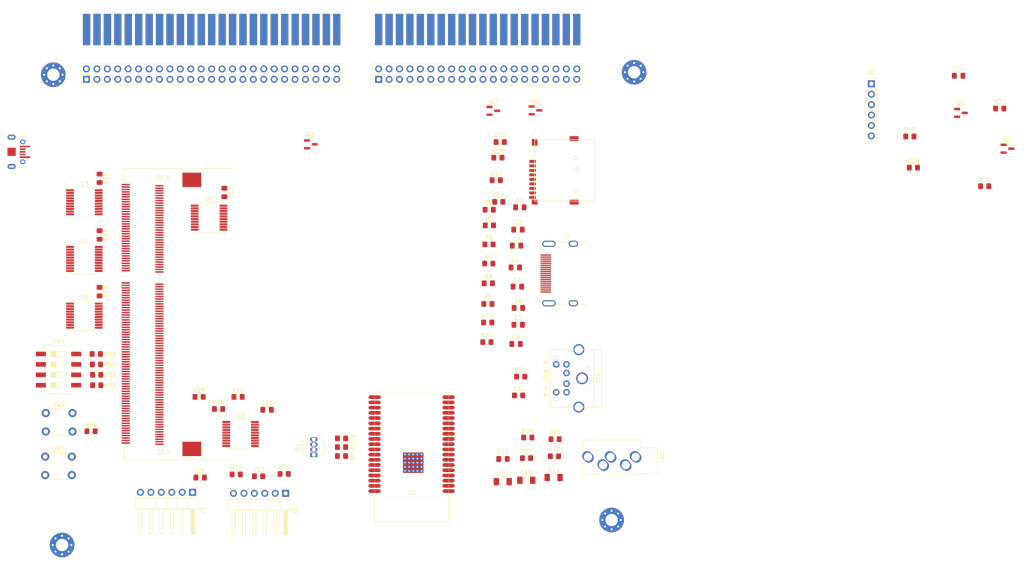
<source format=kicad_pcb>
(kicad_pcb (version 20211014) (generator pcbnew)
  (layers (0 "F.Cu" signal) (31 "B.Cu" signal) (34 "B.Paste" user) (35 "F.Paste" user) (36 "B.SilkS" user "B.Silkscreen") (37 "F.SilkS" user "F.Silkscreen") (38 "B.Mask" user) (39 "F.Mask" user) (44 "Edge.Cuts" user))
  (net 0 "")
  (net 1 "CASS_IN")
  (net 2 "GND")
  (net 3 "+5V")
  (net 4 "+3V3")
  (net 5 "PS2_DATA")
  (net 6 "PS2_CLK")
  (net 7 "CS_SD")
  (net 8 "MOSI")
  (net 9 "SCK")
  (net 10 "+3.3V")
  (net 11 "CASS_OUT")
  (net 13 "TXD0")
  (net 14 "RXD0")
  (net 19 "I00")
  (net 27 "_A0")
  (net 28 "_A1")
  (net 29 "_A2")
  (net 30 "_A3")
  (net 31 "ESP_RESET")
  (net 32 "_A4")
  (net 33 "_A5")
  (net 34 "CS_FPGA")
  (net 35 "_A6")
  (net 36 "_A7")
  (net 37 "_A8")
  (net 38 "ESP_S0")
  (net 39 "_A9")
  (net 40 "ESP_S1")
  (net 41 "_A10")
  (net 42 "ESP_S2")
  (net 43 "_A11")
  (net 44 "ESP_S3")
  (net 46 "_A12")
  (net 49 "REQ")
  (net 52 "_A13")
  (net 53 "_A14")
  (net 54 "DONE")
  (net 55 "_A15")
  (net 56 "ABUS_EN")
  (net 57 "ABUS_DIR")
  (net 58 "_D0")
  (net 59 "_D1")
  (net 60 "_D2")
  (net 61 "_D3")
  (net 62 "_D4")
  (net 63 "_D5")
  (net 64 "_D6")
  (net 65 "_D7")
  (net 66 "DBUS_EN")
  (net 67 "DBUS_DIR")
  (net 68 "_RAS_N")
  (net 69 "_OUT_N")
  (net 70 "_IN_N")
  (net 71 "_RD_N")
  (net 72 "_WR_N")
  (net 73 "_IOREQ_N")
  (net 74 "_M1_N")
  (net 75 "_RESET_N")
  (net 76 "CTRL_DIR")
  (net 77 "CTRL_EN")
  (net 80 "CTRL1_EN")
  (net 83 "EXTIOSEL_IN_N")
  (net 84 "WAIT_IN_N")
  (net 85 "INT_IN_N")
  (net 86 "CONF_1")
  (net 87 "CONF_2")
  (net 88 "CONF_3")
  (net 89 "CONF_4")
  (net 100 "VIDEO_O")
  (net 101 "HSYNC_O")
  (net 110 "VSYNC_O")
  (net 112 "HSYNCX")
  (net 113 "VSYNCX")
  (net 149 "D0")
  (net 150 "D1")
  (net 151 "D2")
  (net 152 "D3")
  (net 153 "D4")
  (net 154 "D5")
  (net 155 "D6")
  (net 156 "D7")
  (net 157 "A0")
  (net 158 "A1")
  (net 159 "A2")
  (net 160 "A3")
  (net 161 "A4")
  (net 162 "A5")
  (net 163 "A6")
  (net 164 "A7")
  (net 165 "IN_N")
  (net 166 "OUT_N")
  (net 167 "RESET_N")
  (net 168 "EXTIOSEL_N")
  (net 170 "M1_N")
  (net 171 "IOREQ_N")
  (net 172 "SYSRES_N")
  (net 173 "RAS_N")
  (net 174 "A10")
  (net 175 "CAS_N")
  (net 176 "A13")
  (net 177 "A12")
  (net 178 "A15")
  (net 179 "A14")
  (net 180 "A11")
  (net 181 "A8")
  (net 182 "INTACK_N")
  (net 183 "WR_N")
  (net 184 "MUX")
  (net 185 "RD_N")
  (net 186 "A9")
  (net 187 "INT_N")
  (net 188 "TEST_N")
  (net 189 "WAIT_N")
  (net 190 "5V")
  (net 192 "MISO")
  (net 193 "INT")
  (net 194 "WAIT")
  (net 195 "EXTIOSEL")
  (net 196 "LED_RED")
  (net 197 "LED_GREEN")
  (net 198 "LED_BLUE")
  (net 199 "BUTTON")
  (net 200 "VIDEOX")
  (net 201 "ABUS_DIR_N")
  (net 202 "VIDEO")
  (net 207 "VSYNC")
  (net 208 "HSYNC")
  (net 209 "Net-(J8-Pad1)")
  (net 210 "Net-(J8-Pad2)")
  (net 211 "Net-(J9-Pad1)")
  (net 212 "Net-(J9-Pad8)")
  (net 218 "HDMI_TX2_P")
  (net 219 "Net-(C1-Pad2)")
  (net 220 "HDMI_TX2_N")
  (net 221 "Net-(C2-Pad2)")
  (net 222 "HDMI_TX1_P")
  (net 223 "Net-(C3-Pad2)")
  (net 224 "HDMI_TX1_N")
  (net 225 "Net-(C4-Pad2)")
  (net 226 "HDMI_TX0_P")
  (net 227 "Net-(C5-Pad2)")
  (net 228 "HDMI_TX0_N")
  (net 229 "Net-(C6-Pad2)")
  (net 230 "HDMI_TXC_P")
  (net 231 "Net-(C7-Pad2)")
  (net 232 "HDMI_TXC_N")
  (net 233 "Net-(C8-Pad2)")
  (net 234 "Net-(C13-Pad1)")
  (net 235 "Net-(C14-Pad1)")
  (net 236 "Net-(C15-Pad1)")
  (net 255 "Net-(Q1-Pad1)")
  (net 256 "Net-(Q2-Pad1)")
  (net 257 "Net-(D1-Pad1)")
  (net 258 "Net-(D1-Pad3)")
  (net 259 "Net-(D1-Pad4)")
  (net 260 "JTAG_TMS")
  (net 261 "JTAG_TCK")
  (footprint "Package_TO_SOT_SMD:SOT-23" (layer "F.Cu") (at 258.2164 78.486)
    (fp_text reference "Q2")
    (fp_text value "MMBT3904")
  )
  (footprint "Resistor_SMD:R_0805_2012Metric_Pad1.20x1.40mm_HandSolder" (layer "F.Cu") (at 36.2712 128.524 180)
    (fp_text reference "R33")
    (fp_text value "4K7")
  )
  (footprint "Capacitor_SMD:C_0805_2012Metric_Pad1.18x1.45mm_HandSolder" (layer "F.Cu") (at 246.3292 60.706)
    (fp_text reference "C17")
    (fp_text value "100N")
  )
  (footprint "Capacitor_SMD:C_1206_3216Metric_Pad1.33x1.80mm_HandSolder" (layer "F.Cu") (at 141.0208 159.3088)
    (fp_text reference "C15")
    (fp_text value "10U")
  )
  (footprint "Resistor_SMD:R_0805_2012Metric_Pad1.20x1.40mm_HandSolder" (layer "F.Cu") (at 131.7752 111.3028)
    (fp_text reference "R8")
    (fp_text value "50")
  )
  (footprint "Button_Switch_SMD:SW_DIP_SPSTx04_Slide_6.7x11.72mm_W8.61mm_P2.54mm_LowProfile" (layer "F.Cu") (at 27.0764 132.334)
    (fp_text reference "SW3")
    (fp_text value "SW_DIP_x04")
  )
  (footprint "Resistor_SMD:R_0805_2012Metric_Pad1.20x1.40mm_HandSolder" (layer "F.Cu") (at 66.0652 141.9388)
    (fp_text reference "R29")
    (fp_text value "4K7")
  )
  (footprint "Capacitor_SMD:C_0805_2012Metric_Pad1.18x1.45mm_HandSolder" (layer "F.Cu") (at 67.4624 89.154 -90)
    (fp_text reference "C16")
    (fp_text value "0.1uF")
  )
  (footprint "Resistor_SMD:R_0805_2012Metric_Pad1.20x1.40mm_HandSolder" (layer "F.Cu") (at 256.3368 68.6816)
    (fp_text reference "R27")
    (fp_text value "4K7")
  )
  (footprint "Resistor_SMD:R_0805_2012Metric_Pad1.20x1.40mm_HandSolder" (layer "F.Cu") (at 131.6228 120.8532)
    (fp_text reference "R10")
    (fp_text value "50")
  )
  (footprint "Resistor_SMD:R_0805_2012Metric_Pad1.20x1.40mm_HandSolder" (layer "F.Cu") (at 36.3728 133.604 180)
    (fp_text reference "R35")
    (fp_text value "4K7")
  )
  (footprint "Resistor_SMD:R_0805_2012Metric_Pad1.20x1.40mm_HandSolder" (layer "F.Cu") (at 131.8768 106.4768)
    (fp_text reference "R7")
    (fp_text value "50")
  )
  (footprint "MountingHole:MountingHole_3mm_Pad_Via" (layer "F.Cu") (at 161.798 169.0116)
    (fp_text reference "H3" hide)
    (fp_text value "MountingHole_Pad")
  )
  (footprint "Resistor_SMD:R_0805_2012Metric_Pad1.20x1.40mm_HandSolder" (layer "F.Cu") (at 134.3039 91.44)
    (fp_text reference "R16")
    (fp_text value "10K")
  )
  (footprint "Capacitor_SMD:C_1206_3216Metric_Pad1.33x1.80mm_HandSolder" (layer "F.Cu") (at 135.2804 159.6644)
    (fp_text reference "C12")
    (fp_text value "1U")
  )
  (footprint "Capacitor_SMD:C_0805_2012Metric_Pad1.18x1.45mm_HandSolder" (layer "F.Cu") (at 139.0904 117.2972)
    (fp_text reference "C6")
    (fp_text value "100n")
  )
  (footprint "Resistor_SMD:R_0805_2012Metric_Pad1.20x1.40mm_HandSolder" (layer "F.Cu") (at 36.322 131.064 180)
    (fp_text reference "R34")
    (fp_text value "4K7")
  )
  (footprint "Resistor_SMD:R_0805_2012Metric_Pad1.20x1.40mm_HandSolder" (layer "F.Cu") (at 96.012 149.098 180)
    (fp_text reference "R2")
    (fp_text value "100")
  )
  (footprint "Capacitor_SMD:C_0805_2012Metric_Pad1.18x1.45mm_HandSolder" (layer "F.Cu") (at 138.3284 107.442)
    (fp_text reference "C4")
    (fp_text value "100n")
  )
  (footprint "Resistor_SMD:R_0805_2012Metric_Pad1.20x1.40mm_HandSolder" (layer "F.Cu") (at 234.442 75.4888)
    (fp_text reference "R19")
    (fp_text value "12K")
  )
  (footprint "Resistor_SMD:R_0805_2012Metric_Pad1.20x1.40mm_HandSolder" (layer "F.Cu") (at 139.6492 134.0612)
    (fp_text reference "R31")
    (fp_text value "2K")
  )
  (footprint "Capacitor_SMD:C_0805_2012Metric_Pad1.18x1.45mm_HandSolder" (layer "F.Cu") (at 138.6332 102.108)
    (fp_text reference "C3")
    (fp_text value "100n")
  )
  (footprint "Capacitor_SMD:C_0805_2012Metric_Pad1.18x1.45mm_HandSolder" (layer "F.Cu") (at 139.0396 121.412)
    (fp_text reference "C7")
    (fp_text value "100n")
  )
  (footprint "MountingHole:MountingHole_3mm_Pad_Via" (layer "F.Cu") (at 167.2844 59.8424)
    (fp_text reference "H2" hide)
    (fp_text value "MountingHole_Pad")
  )
  (footprint "Capacitor_SMD:C_0805_2012Metric_Pad1.18x1.45mm_HandSolder" (layer "F.Cu") (at 139.446 92.7608)
    (fp_text reference "C1")
    (fp_text value "100n")
  )
  (footprint "Button_Switch_THT:SW_PUSH_6mm" (layer "F.Cu") (at 23.9788 142.9364)
    (fp_text reference "SW2")
    (fp_text value "PTRS_RESET/STATUS")
  )
  (footprint "Connector_PinHeader_2.54mm:PinHeader_2x20_P2.54mm_Vertical" (layer "F.Cu") (at 105.0594 61.5696 90)
    (fp_text reference "J2" hide)
    (fp_text value "TRS-80 M1 Pin Connector")
  )
  (footprint "PocketTRS_Connectors:Jack_3.5mm_CUI_SJ1-3535NG_Horizontal_CircularHoles" (layer "F.Cu") (at 167.64 153.6192 -90)
    (fp_text reference "J10")
    (fp_text value "AudioJack3")
  )
  (footprint "Capacitor_SMD:C_0805_2012Metric_Pad1.18x1.45mm_HandSolder" (layer "F.Cu") (at 37.084 113.3348 -90)
    (fp_text reference "C19")
    (fp_text value "0.1uF")
  )
  (footprint "Capacitor_SMD:C_0805_2012Metric_Pad1.18x1.45mm_HandSolder" (layer "F.Cu") (at 138.5316 126.0856)
    (fp_text reference "C8")
    (fp_text value "100n")
  )
  (footprint "Package_TO_SOT_SMD:SOT-23" (layer "F.Cu") (at 132.9944 69.2404)
    (fp_text reference "Q3")
    (fp_text value "2N7002")
  )
  (footprint "Connector_HDMI:HDMI_A_Molex_208658-1001_Horizontal" (layer "F.Cu") (at 149.0544 108.9152)
    (fp_text reference "J7")
    (fp_text value "HDMI_A")
  )
  (footprint "PocketTRS_Connectors:TFP09-2-12B" (layer "F.Cu") (at 153.0604 83.7692 90)
    (fp_text reference "J9")
    (fp_text value "SD_Card")
  )
  (footprint "Resistor_SMD:R_0805_2012Metric_Pad1.20x1.40mm_HandSolder" (layer "F.Cu") (at 36.3728 136.144 180)
    (fp_text reference "R36")
    (fp_text value "4K7")
  )
  (footprint "Connector_PinSocket_2.54mm:PinSocket_1x06_P2.54mm_Vertical" (layer "F.Cu") (at 225.069 62.6614)
    (fp_text reference "J8")
    (fp_text value "Programmer")
  )
  (footprint "Resistor_SMD:R_0805_2012Metric_Pad1.20x1.40mm_HandSolder" (layer "F.Cu") (at 133.6943 86.1568)
    (fp_text reference "R17")
    (fp_text value "10K")
  )
  (footprint "Resistor_SMD:R_0805_2012Metric_Pad1.20x1.40mm_HandSolder" (layer "F.Cu") (at 75.7936 158.3436)
    (fp_text reference "R13")
    (fp_text value "10K")
  )
  (footprint "Resistor_SMD:R_0805_2012Metric_Pad1.20x1.40mm_HandSolder" (layer "F.Cu") (at 70.8152 138.9888)
    (fp_text reference "R26")
    (fp_text value "4K7")
  )
  (footprint "Package_TO_SOT_SMD:SOT-23" (layer "F.Cu") (at 143.256 69.1388)
    (fp_text reference "Q4")
    (fp_text value "2N7002")
  )
  (footprint "Button_Switch_THT:SW_PUSH_6mm" (layer "F.Cu") (at 23.8264 153.5536)
    (fp_text reference "SW1")
    (fp_text value "ESP_RESET")
  )
  (footprint "Resistor_SMD:R_0805_2012Metric_Pad1.20x1.40mm_HandSolder" (layer "F.Cu") (at 139.1412 138.6332)
    (fp_text reference "R32")
    (fp_text value "2K")
  )
  (footprint "Connector_PinHeader_2.54mm:PinHeader_1x06_P2.54mm_Horizontal" (layer "F.Cu") (at 82.3976 162.503 -90)
    (fp_text reference "J5")
    (fp_text value "Conn_01x06_Male")
  )
  (footprint "Resistor_SMD:R_0805_2012Metric_Pad1.20x1.40mm_HandSolder" (layer "F.Cu") (at 134.1007 80.6704)
    (fp_text reference "R18")
    (fp_text value "10K")
  )
  (footprint "Resistor_SMD:R_0805_2012Metric_Pad1.20x1.40mm_HandSolder" (layer "F.Cu") (at 96.012 153.416 180)
    (fp_text reference "R1")
    (fp_text value "100")
  )
  (footprint "Package_SO:SSOP-20_5.3x7.2mm_P0.65mm" (layer "F.Cu") (at 33.3756 91.5416)
    (fp_text reference "U3")
    (fp_text value "74LVC245")
  )
  (footprint "Package_TO_SOT_SMD:SOT-23" (layer "F.Cu") (at 246.888 69.7484)
    (fp_text reference "Q1")
    (fp_text value "MMBT3904")
  )
  (footprint "Package_SO:SSOP-20_5.3x7.2mm_P0.65mm" (layer "F.Cu") (at 63.754 95.3008)
    (fp_text reference "U4")
    (fp_text value "74LVC245")
  )
  (footprint "esp32-wrover:ESP32-WROVER" (layer "F.Cu") (at 113.0808 162.8648 180)
    (fp_text reference "U1")
    (fp_text value "ESP32-WROVER-B" hide)
  )
  (footprint "Resistor_SMD:R_0805_2012Metric_Pad1.20x1.40mm_HandSolder" (layer "F.Cu") (at 35.0012 147.3708)
    (fp_text reference "R30")
    (fp_text value "4K7")
  )
  (footprint "MountingHole:MountingHole_3mm_Pad_Via" (layer "F.Cu") (at 25.8064 60.452)
    (fp_text reference "H1" hide)
    (fp_text value "MountingHole_Pad")
  )
  (footprint "Resistor_SMD:R_0805_2012Metric_Pad1.20x1.40mm_HandSolder" (layer "F.Cu") (at 141.3764 148.8948)
    (fp_text reference "R24")
    (fp_text value "150R")
  )
  (footprint "Package_TO_SOT_SMD:SOT-23" (layer "F.Cu") (at 88.5444 77.4192)
    (fp_text reference "Q5")
    (fp_text value "2N7002")
  )
  (footprint "Capacitor_SMD:C_0805_2012Metric_Pad1.18x1.45mm_HandSolder" (layer "F.Cu") (at 138.8364 112.1156)
    (fp_text reference "C5")
    (fp_text value "100n")
  )
  (footprint "Resistor_SMD:R_0805_2012Metric_Pad1.20x1.40mm_HandSolder" (layer "F.Cu") (at 70.358 157.8864)
    (fp_text reference "R12")
    (fp_text value "10K")
  )
  (footprint "Resistor_SMD:R_0805_2012Metric_Pad1.20x1.40mm_HandSolder" (layer "F.Cu") (at 147.8788 153.4668)
    (fp_text reference "R22")
    (fp_text value "4K7")
  )
  (footprint "PocketTRS_Connectors:USBmicro-B" (layer "F.Cu") (at 15.6464 79.248 -90)
    (fp_text reference "J12")
    (fp_text value "USB_B_Micro")
  )
  (footprint "Capacitor_SMD:C_0805_2012Metric_Pad1.18x1.45mm_HandSolder" (layer "F.Cu") (at 37.084 85.6996 -90)
    (fp_text reference "C11")
    (fp_text value "0.1uF")
  )
  (footprint "Resistor_SMD:R_0805_2012Metric_Pad1.20x1.40mm_HandSolder" (layer "F.Cu") (at 61.3152 138.9888)
    (fp_text reference "R28")
    (fp_text value "4K7")
  )
  (footprint "Resistor_SMD:R_0805_2012Metric_Pad1.20x1.40mm_HandSolder" (layer "F.Cu") (at 141.0716 153.924)
    (fp_text reference "R23")
    (fp_text value "270R")
  )
  (footprint "Resistor_SMD:R_0805_2012Metric_Pad1.20x1.40mm_HandSolder" (layer "F.Cu") (at 131.9784 93.3704)
    (fp_text reference "R4")
    (fp_text value "50")
  )
  (footprint "trs-io-m1:TRSEDGE" (layer "F.Cu") (at 129.0574 47.6504 180)
    (fp_text reference "J4" hide)
    (fp_text value "TRS-80 M1 Edge Connector")
  )
  (footprint "PocketTRS_Connectors:EDGE50" (layer "F.Cu") (at 72.644 49.4284 180)
    (fp_text reference "J3" hide)
    (fp_text value "TRS-80 M3 Edge Connector")
  )
  (footprint "Resistor_SMD:R_0805_2012Metric_Pad1.20x1.40mm_HandSolder" (layer "F.Cu") (at 235.3056 83.1088)
    (fp_text reference "R20")
    (fp_text value "12K")
  )
  (footprint "Package_SO:SSOP-20_5.3x7.2mm_P0.65mm" (layer "F.Cu") (at 33.3756 105.3592)
    (fp_text reference "U2")
    (fp_text value "74LVC245")
  )
  (footprint "Capacitor_SMD:C_0805_2012Metric_Pad1.18x1.45mm_HandSolder" (layer "F.Cu") (at 138.9888 98.1964)
    (fp_text reference "C2")
    (fp_text value "100n")
  )
  (footprint "LED_THT:LED_D5.0mm-4_RGB" (layer "F.Cu") (at 89.2536 153.1336 90)
    (fp_text reference "D1")
    (fp_text value "LED_RKBG")
  )
  (footprint "PocketTRS_Connectors:minidin_6_ps2_pcb_mount" (layer "F.Cu") (at 153.0604 134.4676 -90)
    (fp_text reference "J11")
    (fp_text value "Mini-DIN-6")
  )
  (footprint "Tang20K:DDR3_socket" (layer "F.Cu") (at 47.5449 118.872)
    (fp_text reference "Conn1" hide)
    (fp_text value "Conn_DDR3_Socket")
  )
  (footprint "Resistor_SMD:R_0805_2012Metric_Pad1.20x1.40mm_HandSolder" (layer "F.Cu") (at 132.0292 97.1804)
    (fp_text reference "R5")
    (fp_text value "50")
  )
  (footprint "Resistor_SMD:R_0805_2012Metric_Pad1.20x1.40mm_HandSolder" (layer "F.Cu") (at 96.012 151.2316 180)
    (fp_text reference "R3")
    (fp_text value "100")
  )
  (footprint "Connector_PinHeader_2.54mm:PinHeader_2x25_P2.54mm_Vertical" (layer "F.Cu") (at 33.8836 61.5696 90)
    (fp_text reference "J1" hide)
    (fp_text value "TRS-80 M3 Pin Header")
  )
  (footprint "Resistor_SMD:R_0805_2012Metric_Pad1.20x1.40mm_HandSolder" (layer "F.Cu") (at 252.6792 87.63)
    (fp_text reference "R25")
    (fp_text value "4K7")
  )
  (footprint "Resistor_SMD:R_0805_2012Metric_Pad1.20x1.40mm_HandSolder" (layer "F.Cu") (at 131.4196 125.6284)
    (fp_text reference "R11")
    (fp_text value "50")
  )
  (footprint "Resistor_SMD:R_0805_2012Metric_Pad1.20x1.40mm_HandSolder" (layer "F.Cu") (at 131.6736 116.332)
    (fp_text reference "R9")
    (fp_text value "50")
  )
  (footprint "Connector_PinHeader_2.54mm:PinHeader_1x06_P2.54mm_Horizontal" (layer "F.Cu") (at 59.7408 162.249 -90)
    (fp_text reference "J6")
    (fp_text value "Conn_01x06_Male")
  )
  (footprint "Capacitor_SMD:C_0805_2012Metric_Pad1.18x1.45mm_HandSolder" (layer "F.Cu") (at 77.8764 142.1384)
    (fp_text reference "C18")
    (fp_text value "0.1uF")
  )
  (footprint "Resistor_SMD:R_0805_2012Metric_Pad1.20x1.40mm_HandSolder" (layer "F.Cu") (at 82.042 157.7848)
    (fp_text reference "R14")
    (fp_text value "10K")
  )
  (footprint "Package_SO:SSOP-20_5.3x7.2mm_P0.65mm" (layer "F.Cu") (at 71.4248 148.0312)
    (fp_text reference "U5")
    (fp_text value "74LVC245")
  )
  (footprint "MountingHole:MountingHole_3mm_Pad_Via" (layer "F.Cu") (at 27.94 175.1076)
    (fp_text reference "H4" hide)
    (fp_text value "MountingHole_Pad")
  )
  (footprint "Capacitor_SMD:C_0805_2012Metric_Pad1.18x1.45mm_HandSolder" (layer "F.Cu") (at 37.084 99.5172 -90)
    (fp_text reference "C10")
    (fp_text value "0.1uF")
  )
  (footprint "Resistor_SMD:R_0805_2012Metric_Pad1.20x1.40mm_HandSolder" (layer "F.Cu") (at 134.6595 76.8604)
    (fp_text reference "R15")
    (fp_text value "10K")
  )
  (footprint "Resistor_SMD:R_0805_2012Metric_Pad1.20x1.40mm_HandSolder" (layer "F.Cu") (at 131.9276 101.8032)
    (fp_text reference "R6")
    (fp_text value "50")
  )
  (footprint "Resistor_SMD:R_0805_2012Metric_Pad1.20x1.40mm_HandSolder" (layer "F.Cu") (at 148.0312 149.3012)
    (fp_text reference "R21")
    (fp_text value "4K7")
  )
  (footprint "Package_SO:SSOP-20_5.3x7.2mm_P0.65mm" (layer "F.Cu") (at 33.3756 119.1768)
    (fp_text reference "U6")
    (fp_text value "74LVC245")
  )
  (footprint "Capacitor_SMD:C_0805_2012Metric_Pad1.18x1.45mm_HandSolder" (layer "F.Cu") (at 61.5696 158.6484)
    (fp_text reference "C9")
    (fp_text value "100")
  )
  (footprint "Capacitor_SMD:C_0805_2012Metric_Pad1.18x1.45mm_HandSolder" (layer "F.Cu") (at 135.3312 154.1272)
    (fp_text reference "C13")
    (fp_text value "100N")
  )
  (footprint "Capacitor_SMD:C_1206_3216Metric_Pad1.33x1.80mm_HandSolder" (layer "F.Cu") (at 147.6756 158.6484)
    (fp_text reference "C14")
    (fp_text value "10U")
  )
)
</source>
